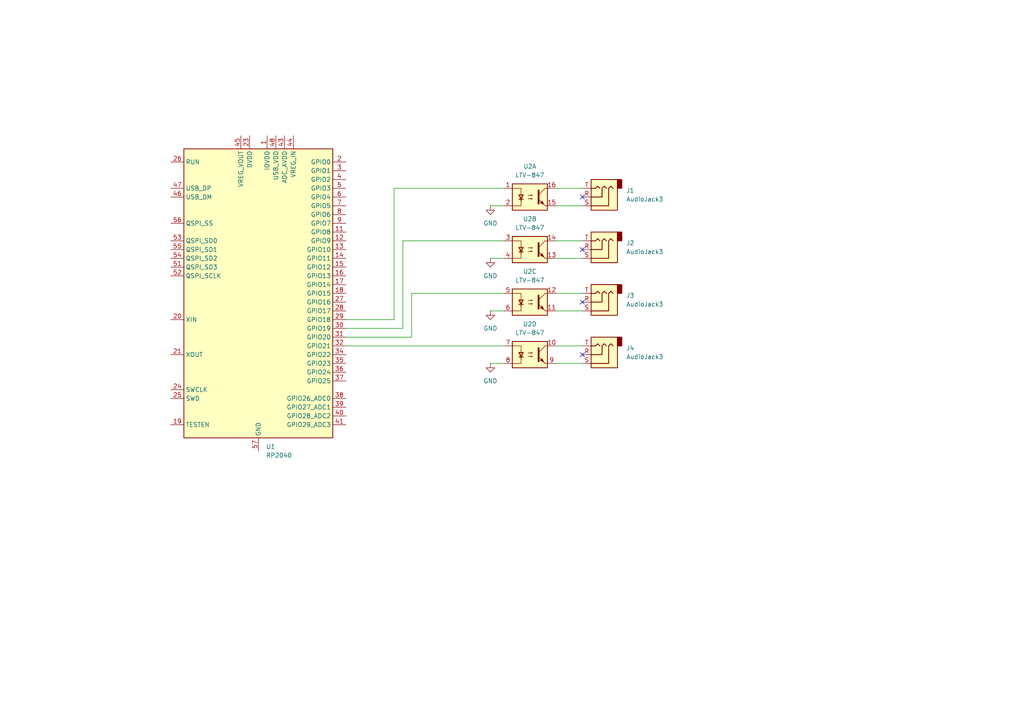
<source format=kicad_sch>
(kicad_sch (version 20231120) (generator "eeschema") (generator_version "8.0")
  (paper "A4")
  (lib_symbols
    (symbol "Connector_Audio:AudioJack3"
      (property "Reference" "J" (at 0 8.89 0))
      (property "Value" "AudioJack3" (at 0 6.35 0))
      (symbol "AudioJack3_0_1"
        (rectangle (start -5.08 -5.08) (end -6.35 -2.54) (stroke (width 0.254)) (fill (type outline)))
        (polyline (pts (xy 0 -2.54) (xy 0.635 -3.175) (xy 1.27 -2.54) (xy 2.54 -2.54)) (stroke (width 0.254)))
        (polyline (pts (xy -1.905 -2.54) (xy -1.27 -3.175) (xy -0.635 -2.54) (xy -0.635 0) (xy 2.54 0)) (stroke (width 0.254)))
        (polyline (pts (xy 2.54 2.54) (xy -2.54 2.54) (xy -2.54 -2.54) (xy -3.175 -3.175) (xy -3.81 -2.54)) (stroke (width 0.254)))
        (rectangle (start 2.54 3.81) (end -5.08 -5.08) (stroke (width 0.254)) (fill (type background)))
      )
      (symbol "AudioJack3_1_1"
        (pin passive line (at 5.08 0 180) (length 2.54) (name "~") (number "R"))
        (pin passive line (at 5.08 2.54 180) (length 2.54) (name "~") (number "S"))
        (pin passive line (at 5.08 -2.54 180) (length 2.54) (name "~") (number "T"))
      )
    )
    (symbol "Isolator:LTV-847" (pin_names (offset 1.016))
      (property "Reference" "U" (at -5.08 5.08 0))
      (property "Value" "LTV-847" (at 0 5.08 0))
      (symbol "LTV-847_0_1"
        (rectangle (start -5.08 3.81) (end 5.08 -3.81) (stroke (width 0.254)) (fill (type background)))
        (polyline (pts (xy -3.175 -0.635) (xy -1.905 -0.635)) (stroke (width 0.254)))
        (polyline (pts (xy 2.54 0.635) (xy 4.445 2.54)))
        (polyline (pts (xy 4.445 -2.54) (xy 2.54 -0.635)) (fill (type outline)))
        (polyline (pts (xy 4.445 -2.54) (xy 5.08 -2.54)))
        (polyline (pts (xy 4.445 2.54) (xy 5.08 2.54)))
        (polyline (pts (xy -2.54 -0.635) (xy -2.54 -2.54) (xy -5.08 -2.54)))
        (polyline (pts (xy 2.54 1.905) (xy 2.54 -1.905) (xy 2.54 -1.905)) (stroke (width 0.508)))
        (polyline (pts (xy -5.08 2.54) (xy -2.54 2.54) (xy -2.54 -1.27) (xy -2.54 0.635)))
        (polyline (pts (xy -2.54 -0.635) (xy -3.175 0.635) (xy -1.905 0.635) (xy -2.54 -0.635)) (stroke (width 0.254)))
        (polyline (pts (xy -0.508 -0.508) (xy 0.762 -0.508) (xy 0.381 -0.635) (xy 0.381 -0.381) (xy 0.762 -0.508)))
        (polyline (pts (xy -0.508 0.508) (xy 0.762 0.508) (xy 0.381 0.381) (xy 0.381 0.635) (xy 0.762 0.508)))
        (polyline (pts (xy 3.048 -1.651) (xy 3.556 -1.143) (xy 4.064 -2.159) (xy 3.048 -1.651) (xy 3.048 -1.651)) (fill (type outline)))
      )
      (symbol "LTV-847_1_1"
        (pin passive line (at -7.62 2.54 0) (length 2.54) (name "~") (number "1"))
        (pin passive line (at 7.62 -2.54 180) (length 2.54) (name "~") (number "15"))
        (pin passive line (at 7.62 2.54 180) (length 2.54) (name "~") (number "16"))
        (pin passive line (at -7.62 -2.54 0) (length 2.54) (name "~") (number "2"))
      )
      (symbol "LTV-847_2_1"
        (pin passive line (at 7.62 -2.54 180) (length 2.54) (name "~") (number "13"))
        (pin passive line (at 7.62 2.54 180) (length 2.54) (name "~") (number "14"))
        (pin passive line (at -7.62 2.54 0) (length 2.54) (name "~") (number "3"))
        (pin passive line (at -7.62 -2.54 0) (length 2.54) (name "~") (number "4"))
      )
      (symbol "LTV-847_3_1"
        (pin passive line (at 7.62 -2.54 180) (length 2.54) (name "~") (number "11"))
        (pin passive line (at 7.62 2.54 180) (length 2.54) (name "~") (number "12"))
        (pin passive line (at -7.62 2.54 0) (length 2.54) (name "~") (number "5"))
        (pin passive line (at -7.62 -2.54 0) (length 2.54) (name "~") (number "6"))
      )
      (symbol "LTV-847_4_1"
        (pin passive line (at 7.62 2.54 180) (length 2.54) (name "~") (number "10"))
        (pin passive line (at -7.62 2.54 0) (length 2.54) (name "~") (number "7"))
        (pin passive line (at -7.62 -2.54 0) (length 2.54) (name "~") (number "8"))
        (pin passive line (at 7.62 -2.54 180) (length 2.54) (name "~") (number "9"))
      )
    )
    (symbol "MCU_RaspberryPi:RP2040"
      (property "Reference" "U" (at 17.78 45.72 0))
      (property "Value" "RP2040" (at 17.78 43.18 0))
      (symbol "RP2040_0_1"
        (rectangle (start -21.59 41.91) (end 21.59 -41.91) (stroke (width 0.254)) (fill (type background)))
      )
      (symbol "RP2040_1_1"
        (pin power_in line (at 2.54 45.72 270) (length 3.81) (name "IOVDD") (number "1"))
        (pin passive line (at 2.54 45.72 270) (length 3.81) hide (name "IOVDD") (number "10"))
        (pin bidirectional line (at 25.4 17.78 180) (length 3.81) (name "GPIO8") (number "11"))
        (pin bidirectional line (at 25.4 15.24 180) (length 3.81) (name "GPIO9") (number "12"))
        (pin bidirectional line (at 25.4 12.7 180) (length 3.81) (name "GPIO10") (number "13"))
        (pin bidirectional line (at 25.4 10.16 180) (length 3.81) (name "GPIO11") (number "14"))
        (pin bidirectional line (at 25.4 7.62 180) (length 3.81) (name "GPIO12") (number "15"))
        (pin bidirectional line (at 25.4 5.08 180) (length 3.81) (name "GPIO13") (number "16"))
        (pin bidirectional line (at 25.4 2.54 180) (length 3.81) (name "GPIO14") (number "17"))
        (pin bidirectional line (at 25.4 0 180) (length 3.81) (name "GPIO15") (number "18"))
        (pin input line (at -25.4 -38.1 0) (length 3.81) (name "TESTEN") (number "19"))
        (pin bidirectional line (at 25.4 38.1 180) (length 3.81) (name "GPIO0") (number "2"))
        (pin input line (at -25.4 -7.62 0) (length 3.81) (name "XIN") (number "20"))
        (pin passive line (at -25.4 -17.78 0) (length 3.81) (name "XOUT") (number "21"))
        (pin passive line (at 2.54 45.72 270) (length 3.81) hide (name "IOVDD") (number "22"))
        (pin power_in line (at -2.54 45.72 270) (length 3.81) (name "DVDD") (number "23"))
        (pin input line (at -25.4 -27.94 0) (length 3.81) (name "SWCLK") (number "24"))
        (pin bidirectional line (at -25.4 -30.48 0) (length 3.81) (name "SWD") (number "25"))
        (pin input line (at -25.4 38.1 0) (length 3.81) (name "RUN") (number "26"))
        (pin bidirectional line (at 25.4 -2.54 180) (length 3.81) (name "GPIO16") (number "27"))
        (pin bidirectional line (at 25.4 -5.08 180) (length 3.81) (name "GPIO17") (number "28"))
        (pin bidirectional line (at 25.4 -7.62 180) (length 3.81) (name "GPIO18") (number "29"))
        (pin bidirectional line (at 25.4 35.56 180) (length 3.81) (name "GPIO1") (number "3"))
        (pin bidirectional line (at 25.4 -10.16 180) (length 3.81) (name "GPIO19") (number "30"))
        (pin bidirectional line (at 25.4 -12.7 180) (length 3.81) (name "GPIO20") (number "31"))
        (pin bidirectional line (at 25.4 -15.24 180) (length 3.81) (name "GPIO21") (number "32"))
        (pin passive line (at 2.54 45.72 270) (length 3.81) hide (name "IOVDD") (number "33"))
        (pin bidirectional line (at 25.4 -17.78 180) (length 3.81) (name "GPIO22") (number "34"))
        (pin bidirectional line (at 25.4 -20.32 180) (length 3.81) (name "GPIO23") (number "35"))
        (pin bidirectional line (at 25.4 -22.86 180) (length 3.81) (name "GPIO24") (number "36"))
        (pin bidirectional line (at 25.4 -25.4 180) (length 3.81) (name "GPIO25") (number "37"))
        (pin bidirectional line (at 25.4 -30.48 180) (length 3.81) (name "GPIO26_ADC0") (number "38"))
        (pin bidirectional line (at 25.4 -33.02 180) (length 3.81) (name "GPIO27_ADC1") (number "39"))
        (pin bidirectional line (at 25.4 33.02 180) (length 3.81) (name "GPIO2") (number "4"))
        (pin bidirectional line (at 25.4 -35.56 180) (length 3.81) (name "GPIO28_ADC2") (number "40"))
        (pin bidirectional line (at 25.4 -38.1 180) (length 3.81) (name "GPIO29_ADC3") (number "41"))
        (pin passive line (at 2.54 45.72 270) (length 3.81) hide (name "IOVDD") (number "42"))
        (pin power_in line (at 7.62 45.72 270) (length 3.81) (name "ADC_AVDD") (number "43"))
        (pin power_in line (at 10.16 45.72 270) (length 3.81) (name "VREG_IN") (number "44"))
        (pin power_out line (at -5.08 45.72 270) (length 3.81) (name "VREG_VOUT") (number "45"))
        (pin bidirectional line (at -25.4 27.94 0) (length 3.81) (name "USB_DM") (number "46"))
        (pin bidirectional line (at -25.4 30.48 0) (length 3.81) (name "USB_DP") (number "47"))
        (pin power_in line (at 5.08 45.72 270) (length 3.81) (name "USB_VDD") (number "48"))
        (pin passive line (at 2.54 45.72 270) (length 3.81) hide (name "IOVDD") (number "49"))
        (pin bidirectional line (at 25.4 30.48 180) (length 3.81) (name "GPIO3") (number "5"))
        (pin passive line (at -2.54 45.72 270) (length 3.81) hide (name "DVDD") (number "50"))
        (pin bidirectional line (at -25.4 7.62 0) (length 3.81) (name "QSPI_SD3") (number "51"))
        (pin output line (at -25.4 5.08 0) (length 3.81) (name "QSPI_SCLK") (number "52"))
        (pin bidirectional line (at -25.4 15.24 0) (length 3.81) (name "QSPI_SD0") (number "53"))
        (pin bidirectional line (at -25.4 10.16 0) (length 3.81) (name "QSPI_SD2") (number "54"))
        (pin bidirectional line (at -25.4 12.7 0) (length 3.81) (name "QSPI_SD1") (number "55"))
        (pin bidirectional line (at -25.4 20.32 0) (length 3.81) (name "QSPI_SS") (number "56"))
        (pin power_in line (at 0 -45.72 90) (length 3.81) (name "GND") (number "57"))
        (pin bidirectional line (at 25.4 27.94 180) (length 3.81) (name "GPIO4") (number "6"))
        (pin bidirectional line (at 25.4 25.4 180) (length 3.81) (name "GPIO5") (number "7"))
        (pin bidirectional line (at 25.4 22.86 180) (length 3.81) (name "GPIO6") (number "8"))
        (pin bidirectional line (at 25.4 20.32 180) (length 3.81) (name "GPIO7") (number "9"))
      )
    )
    (symbol "power:GND" (power) (pin_numbers hide) (pin_names (offset 0) hide)
      (property "Value" "GND" (at 0 -3.81 0))
      (symbol "GND_0_1"
        (polyline (pts (xy 0 0) (xy 0 -1.27) (xy 1.27 -1.27) (xy 0 -2.54) (xy -1.27 -1.27) (xy 0 -1.27)))
      )
      (symbol "GND_1_1"
        (pin power_in line (at 0 0 270) (length 0) (name "~") (number "1"))
      )
    )
  )
  (no_connect (at 168.91 72.39))
  (no_connect (at 168.91 57.15))
  (no_connect (at 168.91 102.87))
  (no_connect (at 168.91 87.63))
  (wire (pts (xy 161.29 90.17) (xy 168.91 90.17)))
  (wire (pts (xy 161.29 105.41) (xy 168.91 105.41)))
  (wire (pts (xy 100.33 92.71) (xy 114.3 92.71)))
  (wire (pts (xy 116.84 95.25) (xy 116.84 69.85)))
  (wire (pts (xy 142.24 105.41) (xy 146.05 105.41)))
  (wire (pts (xy 100.33 100.33) (xy 146.05 100.33)))
  (wire (pts (xy 119.38 85.09) (xy 146.05 85.09)))
  (wire (pts (xy 161.29 59.69) (xy 168.91 59.69)))
  (wire (pts (xy 142.24 74.93) (xy 146.05 74.93)))
  (wire (pts (xy 161.29 74.93) (xy 168.91 74.93)))
  (wire (pts (xy 161.29 100.33) (xy 168.91 100.33)))
  (wire (pts (xy 100.33 95.25) (xy 116.84 95.25)))
  (wire (pts (xy 161.29 69.85) (xy 168.91 69.85)))
  (wire (pts (xy 100.33 97.79) (xy 119.38 97.79)))
  (wire (pts (xy 114.3 54.61) (xy 146.05 54.61)))
  (wire (pts (xy 114.3 92.71) (xy 114.3 54.61)))
  (wire (pts (xy 161.29 85.09) (xy 168.91 85.09)))
  (wire (pts (xy 119.38 97.79) (xy 119.38 85.09)))
  (wire (pts (xy 116.84 69.85) (xy 146.05 69.85)))
  (wire (pts (xy 161.29 54.61) (xy 168.91 54.61)))
  (wire (pts (xy 142.24 90.17) (xy 146.05 90.17)))
  (wire (pts (xy 142.24 59.69) (xy 146.05 59.69)))
  (symbol (lib_id "power:GND") (at 142.24 74.93 0) (unit 1)
    (property "Reference" "#PWR010" (effects (hide yes)))
    (property "Value" "GND" (at 142.24 80.01 0))
    (property "Description" "Power symbol creates a global label with name \"GND\" , ground" (effects (hide yes)))
  )
  (symbol (lib_id "Isolator:LTV-847") (at 153.67 57.15 0) (unit 1)
    (property "Reference" "U2" (at 153.67 48.26 0))
    (property "Value" "LTV-847" (at 153.67 50.8 0))
    (property "Footprint" "Package_DIP:DIP-6_W7.62mm_Socket" (effects (hide yes)))
    (property "Datasheet" "http://optoelectronics.liteon.com/upload/download/DS-70-96-0016/LTV-8X7%20series.PDF" (effects (hide yes)))
    (property "Description" "Quad DC Optocoupler, Vce 35V, CTR 50%, DIP-16" (effects (hide yes)))
  )
  (symbol (lib_id "power:GND") (at 142.24 59.69 0) (unit 1)
    (property "Reference" "#PWR09" (effects (hide yes)))
    (property "Value" "GND" (at 142.24 64.77 0))
    (property "Description" "Power symbol creates a global label with name \"GND\" , ground" (effects (hide yes)))
  )
  (symbol (lib_id "Connector_Audio:AudioJack3") (at 173.99 102.87 180) (unit 1)
    (property "Reference" "J4" (at 181.61 100.9649 0) (effects (justify right)))
    (property "Value" "AudioJack3" (at 181.61 103.5049 0) (effects (justify right)))
    (property "Description" "Audio Jack, 3 Poles (Stereo / TRS)" (effects (hide yes)))
  )
  (symbol (lib_id "power:GND") (at 142.24 90.17 0) (unit 1)
    (property "Reference" "#PWR011" (effects (hide yes)))
    (property "Value" "GND" (at 142.24 95.25 0))
    (property "Description" "Power symbol creates a global label with name \"GND\" , ground" (effects (hide yes)))
  )
  (symbol (lib_id "MCU_RaspberryPi:RP2040") (at 74.93 85.09 0) (unit 1)
    (property "Reference" "U1" (at 77.1241 129.54 0) (effects (justify left)))
    (property "Value" "RP2040" (at 77.1241 132.08 0) (effects (justify left)))
    (property "Footprint" "Package_DFN_QFN:QFN-56-1EP_7x7mm_P0.4mm_EP3.2x3.2mm" (effects (hide yes)))
    (property "Datasheet" "https://datasheets.raspberrypi.com/rp2040/rp2040-datasheet.pdf" (effects (hide yes)))
    (property "Description" "A microcontroller by Raspberry Pi" (effects (hide yes)))
  )
  (symbol (lib_id "Connector_Audio:AudioJack3") (at 173.99 72.39 180) (unit 1)
    (property "Reference" "J2" (at 181.61 70.4849 0) (effects (justify right)))
    (property "Value" "AudioJack3" (at 181.61 73.0249 0) (effects (justify right)))
    (property "Description" "Audio Jack, 3 Poles (Stereo / TRS)" (effects (hide yes)))
  )
  (symbol (lib_id "Connector_Audio:AudioJack3") (at 173.99 57.15 180) (unit 1)
    (property "Reference" "J1" (at 181.61 55.2449 0) (effects (justify right)))
    (property "Value" "AudioJack3" (at 181.61 57.7849 0) (effects (justify right)))
    (property "Description" "Audio Jack, 3 Poles (Stereo / TRS)" (effects (hide yes)))
  )
  (symbol (lib_id "power:GND") (at 142.24 105.41 0) (unit 1)
    (property "Reference" "#PWR012" (effects (hide yes)))
    (property "Value" "GND" (at 142.24 110.49 0))
    (property "Description" "Power symbol creates a global label with name \"GND\" , ground" (effects (hide yes)))
  )
  (symbol (lib_id "Connector_Audio:AudioJack3") (at 173.99 87.63 180) (unit 1)
    (property "Reference" "J3" (at 181.61 85.7249 0) (effects (justify right)))
    (property "Value" "AudioJack3" (at 181.61 88.2649 0) (effects (justify right)))
    (property "Description" "Audio Jack, 3 Poles (Stereo / TRS)" (effects (hide yes)))
  )
  (symbol (lib_id "Isolator:LTV-847") (at 153.67 72.39 0) (unit 2)
    (property "Reference" "U2" (at 153.67 63.5 0))
    (property "Value" "LTV-847" (at 153.67 66.04 0))
    (property "Footprint" "Package_DIP:DIP-6_W7.62mm_Socket" (effects (hide yes)))
    (property "Datasheet" "http://optoelectronics.liteon.com/upload/download/DS-70-96-0016/LTV-8X7%20series.PDF" (effects (hide yes)))
    (property "Description" "Quad DC Optocoupler, Vce 35V, CTR 50%, DIP-16" (effects (hide yes)))
  )
  (symbol (lib_id "Isolator:LTV-847") (at 153.67 102.87 0) (unit 4)
    (property "Reference" "U2" (at 153.67 93.98 0))
    (property "Value" "LTV-847" (at 153.67 96.52 0))
    (property "Footprint" "Package_DIP:DIP-6_W7.62mm_Socket" (effects (hide yes)))
    (property "Datasheet" "http://optoelectronics.liteon.com/upload/download/DS-70-96-0016/LTV-8X7%20series.PDF" (effects (hide yes)))
    (property "Description" "Quad DC Optocoupler, Vce 35V, CTR 50%, DIP-16" (effects (hide yes)))
  )
  (symbol (lib_id "Isolator:LTV-847") (at 153.67 87.63 0) (unit 3)
    (property "Reference" "U2" (at 153.67 78.74 0))
    (property "Value" "LTV-847" (at 153.67 81.28 0))
    (property "Footprint" "Package_DIP:DIP-6_W7.62mm_Socket" (effects (hide yes)))
    (property "Datasheet" "http://optoelectronics.liteon.com/upload/download/DS-70-96-0016/LTV-8X7%20series.PDF" (effects (hide yes)))
    (property "Description" "Quad DC Optocoupler, Vce 35V, CTR 50%, DIP-16" (effects (hide yes)))
  )
)
</source>
